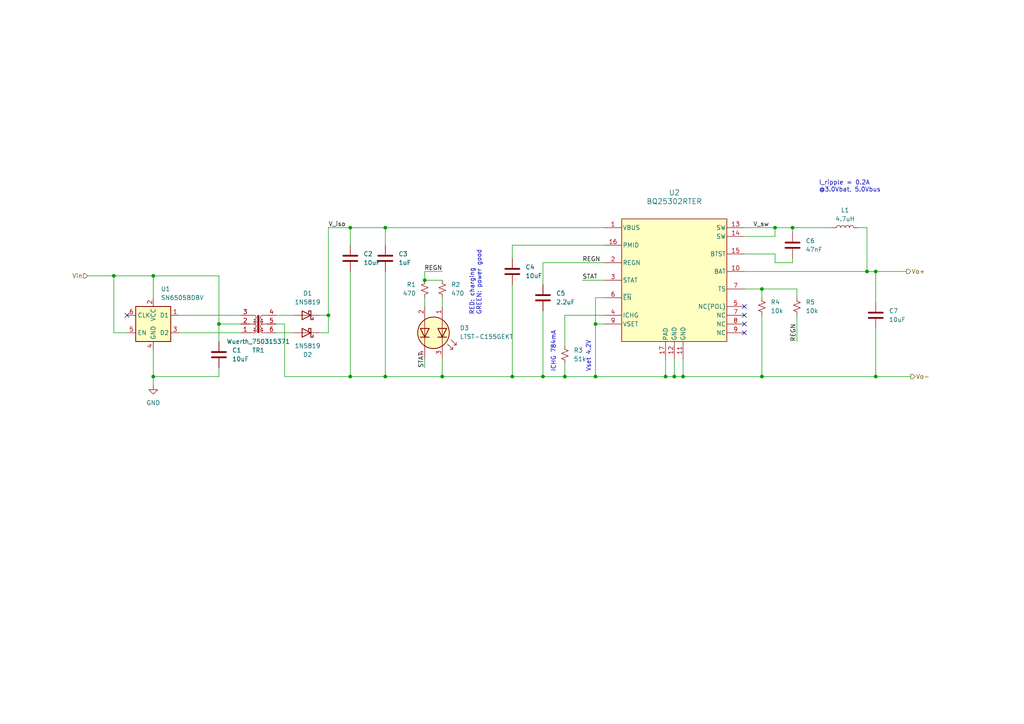
<source format=kicad_sch>
(kicad_sch (version 20230121) (generator eeschema)
  (paper "A4")
  (lib_symbols
    (symbol "Device:C" (pin_numbers hide) (pin_names (offset 0.254))
      (property "Reference" "C" (at 0.635 2.54 0))
      (property "Value" "C" (at 0.635 -2.54 0))
      (symbol "C_0_1"
        (polyline (pts (xy -2.032 -0.762) (xy 2.032 -0.762)) (stroke (width 0.508)))
        (polyline (pts (xy -2.032 0.762) (xy 2.032 0.762)) (stroke (width 0.508)))
      )
      (symbol "C_1_1"
        (pin passive line (at 0 3.81 270) (length 2.794) (name "~") (number "1"))
        (pin passive line (at 0 -3.81 90) (length 2.794) (name "~") (number "2"))
      )
    )
    (symbol "Device:L" (pin_numbers hide) (pin_names (offset 1.016) hide)
      (property "Reference" "L" (at -1.27 0 90))
      (property "Value" "L" (at 1.905 0 90))
      (symbol "L_0_1"
        (arc (start 0 -2.54) (mid 0.6323 -1.905) (end 0 -1.27))
        (arc (start 0 -1.27) (mid 0.6323 -0.635) (end 0 0))
        (arc (start 0 0) (mid 0.6323 0.635) (end 0 1.27))
        (arc (start 0 1.27) (mid 0.6323 1.905) (end 0 2.54))
      )
      (symbol "L_1_1"
        (pin passive line (at 0 3.81 270) (length 1.27) (name "1") (number "1"))
        (pin passive line (at 0 -3.81 90) (length 1.27) (name "2") (number "2"))
      )
    )
    (symbol "Device:LED_Dual_AAKK" (pin_names (offset 0) hide)
      (property "Reference" "D" (at 0 5.715 0))
      (property "Value" "LED_Dual_AAKK" (at 0 -6.35 0))
      (symbol "LED_Dual_AAKK_0_1"
        (polyline (pts (xy -5.08 -2.54) (xy 2.032 -2.54)))
        (polyline (pts (xy -5.08 2.54) (xy 2.032 2.54)))
        (polyline (pts (xy 1.27 -1.27) (xy 1.27 -3.81)) (stroke (width 0.254)))
        (polyline (pts (xy 1.27 3.81) (xy 1.27 1.27)) (stroke (width 0.254)))
        (polyline (pts (xy 3.81 -2.54) (xy 1.905 -2.54)))
        (polyline (pts (xy 3.81 2.54) (xy 1.905 2.54)))
        (polyline (pts (xy -1.27 -1.27) (xy -1.27 -3.81) (xy 1.27 -2.54) (xy -1.27 -1.27)) (stroke (width 0.254)))
        (polyline (pts (xy -1.27 3.81) (xy -1.27 1.27) (xy 1.27 2.54) (xy -1.27 3.81)) (stroke (width 0.254)))
        (polyline (pts (xy 2.032 5.08) (xy 3.556 6.604) (xy 2.794 6.604) (xy 3.556 6.604) (xy 3.556 5.842)))
        (polyline (pts (xy 3.302 4.064) (xy 4.826 5.588) (xy 4.064 5.588) (xy 4.826 5.588) (xy 4.826 4.826)))
        (circle (center 0 0) (radius 4.572) (stroke (width 0.254)) (fill (type background)))
      )
      (symbol "LED_Dual_AAKK_1_1"
        (pin input line (at -7.62 2.54 0) (length 3.048) (name "A1") (number "1"))
        (pin input line (at -7.62 -2.54 0) (length 3.048) (name "A2") (number "2"))
        (pin input line (at 7.62 2.54 180) (length 3.81) (name "K1") (number "3"))
        (pin input line (at 7.62 -2.54 180) (length 3.81) (name "K2") (number "4"))
      )
    )
    (symbol "Device:R_Small_US" (pin_numbers hide) (pin_names (offset 0.254) hide)
      (property "Reference" "R" (at 0.762 0.508 0))
      (property "Value" "R_Small_US" (at 0.762 -1.016 0))
      (symbol "R_Small_US_1_1"
        (polyline (pts (xy 0 0) (xy 1.016 -0.381) (xy 0 -0.762) (xy -1.016 -1.143) (xy 0 -1.524)))
        (polyline (pts (xy 0 1.524) (xy 1.016 1.143) (xy 0 0.762) (xy -1.016 0.381) (xy 0 0)))
        (pin passive line (at 0 2.54 270) (length 1.016) (name "~") (number "1"))
        (pin passive line (at 0 -2.54 90) (length 1.016) (name "~") (number "2"))
      )
    )
    (symbol "Diode:1N5819" (pin_numbers hide) (pin_names (offset 1.016) hide)
      (property "Reference" "D" (at 0 2.54 0))
      (property "Value" "1N5819" (at 0 -2.54 0))
      (symbol "1N5819_0_1"
        (polyline (pts (xy 1.27 0) (xy -1.27 0)))
        (polyline (pts (xy 1.27 1.27) (xy 1.27 -1.27) (xy -1.27 0) (xy 1.27 1.27)) (stroke (width 0.254)))
        (polyline (pts (xy -1.905 0.635) (xy -1.905 1.27) (xy -1.27 1.27) (xy -1.27 -1.27) (xy -0.635 -1.27) (xy -0.635 -0.635)) (stroke (width 0.254)))
      )
      (symbol "1N5819_1_1"
        (pin passive line (at -3.81 0 0) (length 2.54) (name "K") (number "1"))
        (pin passive line (at 3.81 0 180) (length 2.54) (name "A") (number "2"))
      )
    )
    (symbol "Power_Management:SN6505BDBV"
      (property "Reference" "U" (at -5.08 6.35 0))
      (property "Value" "SN6505BDBV" (at 7.62 6.35 0))
      (symbol "SN6505BDBV_0_1"
        (rectangle (start -5.08 5.08) (end 5.08 -5.08) (stroke (width 0.254)) (fill (type background)))
      )
      (symbol "SN6505BDBV_1_1"
        (pin open_collector line (at 7.62 2.54 180) (length 2.54) (name "D1") (number "1"))
        (pin power_in line (at 0 7.62 270) (length 2.54) (name "VCC") (number "2"))
        (pin open_collector line (at 7.62 -2.54 180) (length 2.54) (name "D2") (number "3"))
        (pin power_in line (at 0 -7.62 90) (length 2.54) (name "GND") (number "4"))
        (pin input line (at -7.62 -2.54 0) (length 2.54) (name "EN") (number "5"))
        (pin input line (at -7.62 2.54 0) (length 2.54) (name "CLK") (number "6"))
      )
    )
    (symbol "StackedCharger:BQ25302RTER" (pin_names (offset 0.254))
      (property "Reference" "U" (at 0 2.54 0))
      (property "Value" "BQ25302RTER" (at 0 0 0))
      (symbol "BQ25302RTER_0_1"
        (pin power_in line (at 2.54 -20.32 90) (length 5.08) (name "GND") (number "11"))
        (pin power_in line (at 0 -20.32 90) (length 5.08) (name "GND") (number "12"))
        (pin power_in line (at 20.32 17.78 180) (length 5.08) (name "SW") (number "13"))
        (pin power_in line (at -2.54 -20.32 90) (length 5.08) (name "PAD") (number "17"))
        (pin open_collector line (at -20.32 2.54 0) (length 5.08) (name "STAT") (number "3"))
        (pin unspecified line (at 20.32 -7.62 180) (length 5.08) (name "NC") (number "7"))
        (pin unspecified line (at 20.32 -10.16 180) (length 5.08) (name "NC") (number "8"))
        (pin unspecified line (at 20.32 -12.7 180) (length 5.08) (name "NC") (number "9"))
      )
      (symbol "BQ25302RTER_1_1"
        (rectangle (start -15.24 20.32) (end 15.24 -15.24) (stroke (width 0.2)) (fill (type background)))
        (pin power_in line (at -20.32 17.78 0) (length 5.08) (name "VBUS") (number "1"))
        (pin power_in line (at 20.32 5.08 180) (length 5.08) (name "BAT") (number "10"))
        (pin power_in line (at 20.32 15.24 180) (length 5.08) (name "SW") (number "14"))
        (pin power_in line (at 20.32 10.16 180) (length 5.08) (name "BTST") (number "15"))
        (pin output line (at -20.32 12.7 0) (length 5.08) (name "PMID") (number "16"))
        (pin power_in line (at -20.32 7.62 0) (length 5.08) (name "REGN") (number "2"))
        (pin bidirectional line (at -20.32 -7.62 0) (length 5.08) (name "ICHG") (number "4"))
        (pin unspecified line (at 20.32 -5.08 180) (length 5.08) (name "NC(POL)") (number "5"))
        (pin input line (at -20.32 -2.54 0) (length 5.08) (name "~{EN}") (number "6"))
        (pin input line (at 20.32 0 180) (length 5.08) (name "TS") (number "7"))
        (pin input line (at -20.32 -10.16 0) (length 5.08) (name "VSET") (number "9"))
      )
    )
    (symbol "Transformer:Wuerth_750315371"
      (property "Reference" "TR" (at 0 5.08 0))
      (property "Value" "Wuerth_750315371" (at 0 -5.08 0))
      (symbol "Wuerth_750315371_0_1"
        (arc (start -1.27 -2.54) (mid -0.6377 -1.905) (end -1.27 -1.27))
        (arc (start -1.27 -1.27) (mid -0.6377 -0.635) (end -1.27 0))
        (rectangle (start -0.254 2.54) (end 0.254 -2.54) (stroke (width 0.0254)) (fill (type outline)))
        (polyline (pts (xy -2.54 -2.54) (xy -1.27 -2.54)))
        (polyline (pts (xy -2.54 0) (xy -1.27 0)))
        (polyline (pts (xy -2.54 2.54) (xy -1.27 2.54)))
        (polyline (pts (xy 1.27 -2.54) (xy 2.54 -2.54)))
        (polyline (pts (xy 1.27 0) (xy 2.54 0)))
        (polyline (pts (xy 1.27 2.54) (xy 2.54 2.54)))
      )
      (symbol "Wuerth_750315371_1_1"
        (arc (start -1.27 0) (mid -0.6377 0.635) (end -1.27 1.27))
        (arc (start -1.27 1.27) (mid -0.6377 1.905) (end -1.27 2.54))
        (circle (center -1.143 -0.635) (radius 0.127) (stroke (width 0.254)))
        (circle (center -1.143 1.905) (radius 0.127) (stroke (width 0.254)))
        (circle (center 1.143 -0.635) (radius 0.127) (stroke (width 0.254)))
        (circle (center 1.143 1.905) (radius 0.127) (stroke (width 0.254)))
        (arc (start 1.27 -1.27) (mid 0.6377 -1.905) (end 1.27 -2.54))
        (arc (start 1.27 0) (mid 0.6377 -0.635) (end 1.27 -1.27))
        (arc (start 1.27 1.27) (mid 0.6377 0.635) (end 1.27 0))
        (arc (start 1.27 2.54) (mid 0.6377 1.905) (end 1.27 1.27))
        (pin passive line (at -5.08 2.54 0) (length 2.54) (name "~") (number "1"))
        (pin passive line (at -5.08 0 0) (length 2.54) (name "~") (number "2"))
        (pin passive line (at -5.08 -2.54 0) (length 2.54) (name "~") (number "3"))
        (pin passive line (at 5.08 -2.54 180) (length 2.54) (name "~") (number "4"))
        (pin passive line (at 5.08 0 180) (length 2.54) (name "~") (number "5"))
        (pin passive line (at 5.08 2.54 180) (length 2.54) (name "~") (number "6"))
      )
    )
    (symbol "power:GND" (power) (pin_names (offset 0))
      (property "Value" "GND" (at 0 -3.81 0))
      (symbol "GND_0_1"
        (polyline (pts (xy 0 0) (xy 0 -1.27) (xy 1.27 -1.27) (xy 0 -2.54) (xy -1.27 -1.27) (xy 0 -1.27)))
      )
      (symbol "GND_1_1"
        (pin power_in line (at 0 0 270) (length 0) hide (name "GND") (number "1"))
      )
    )
  )
  (junction (at 111.76 66.04))
  (junction (at 101.6 66.04))
  (junction (at 254 78.74))
  (junction (at 63.5 93.98))
  (junction (at 33.02 80.01))
  (junction (at 123.19 81.28))
  (junction (at 148.59 109.22))
  (junction (at 101.6 109.22))
  (junction (at 220.98 109.22))
  (junction (at 44.45 109.22))
  (junction (at 251.46 78.74))
  (junction (at 172.72 109.22))
  (junction (at 95.25 91.44))
  (junction (at 128.27 109.22))
  (junction (at 172.72 93.98))
  (junction (at 193.04 109.22))
  (junction (at 157.48 109.22))
  (junction (at 229.87 66.04))
  (junction (at 163.83 109.22))
  (junction (at 44.45 80.01))
  (junction (at 198.12 109.22))
  (junction (at 254 109.22))
  (junction (at 220.98 83.82))
  (junction (at 224.79 66.04))
  (junction (at 111.76 109.22))
  (junction (at 195.58 109.22))
  (no_connect (at 215.9 91.44))
  (no_connect (at 215.9 93.98))
  (no_connect (at 36.83 91.44))
  (no_connect (at 215.9 96.52))
  (no_connect (at 215.9 88.9))
  (wire (pts (xy 215.9 78.74) (xy 251.46 78.74)))
  (wire (pts (xy 175.26 81.28) (xy 168.91 81.28)))
  (wire (pts (xy 33.02 80.01) (xy 33.02 96.52)))
  (wire (pts (xy 231.14 83.82) (xy 220.98 83.82)))
  (wire (pts (xy 111.76 109.22) (xy 128.27 109.22)))
  (wire (pts (xy 95.25 66.04) (xy 95.25 91.44)))
  (wire (pts (xy 224.79 73.66) (xy 215.9 73.66)))
  (wire (pts (xy 128.27 109.22) (xy 148.59 109.22)))
  (wire (pts (xy 254 78.74) (xy 254 87.63)))
  (wire (pts (xy 172.72 86.36) (xy 172.72 93.98)))
  (wire (pts (xy 128.27 78.74) (xy 123.19 78.74)))
  (wire (pts (xy 175.26 91.44) (xy 163.83 91.44)))
  (wire (pts (xy 224.79 68.58) (xy 224.79 66.04)))
  (wire (pts (xy 215.9 66.04) (xy 224.79 66.04)))
  (wire (pts (xy 229.87 66.04) (xy 241.3 66.04)))
  (wire (pts (xy 229.87 66.04) (xy 229.87 67.31)))
  (wire (pts (xy 220.98 86.36) (xy 220.98 83.82)))
  (wire (pts (xy 148.59 109.22) (xy 157.48 109.22)))
  (wire (pts (xy 157.48 90.17) (xy 157.48 109.22)))
  (wire (pts (xy 82.55 109.22) (xy 101.6 109.22)))
  (wire (pts (xy 224.79 76.2) (xy 224.79 73.66)))
  (wire (pts (xy 251.46 78.74) (xy 254 78.74)))
  (wire (pts (xy 33.02 80.01) (xy 44.45 80.01)))
  (wire (pts (xy 52.07 96.52) (xy 69.85 96.52)))
  (wire (pts (xy 101.6 78.74) (xy 101.6 109.22)))
  (wire (pts (xy 92.71 96.52) (xy 95.25 96.52)))
  (wire (pts (xy 148.59 82.55) (xy 148.59 109.22)))
  (wire (pts (xy 172.72 109.22) (xy 193.04 109.22)))
  (wire (pts (xy 195.58 109.22) (xy 198.12 109.22)))
  (wire (pts (xy 111.76 66.04) (xy 175.26 66.04)))
  (wire (pts (xy 80.01 91.44) (xy 85.09 91.44)))
  (wire (pts (xy 163.83 105.41) (xy 163.83 109.22)))
  (wire (pts (xy 80.01 93.98) (xy 82.55 93.98)))
  (wire (pts (xy 36.83 96.52) (xy 33.02 96.52)))
  (wire (pts (xy 231.14 86.36) (xy 231.14 83.82)))
  (wire (pts (xy 123.19 106.68) (xy 123.19 104.14)))
  (wire (pts (xy 175.26 93.98) (xy 172.72 93.98)))
  (wire (pts (xy 224.79 66.04) (xy 229.87 66.04)))
  (wire (pts (xy 229.87 76.2) (xy 224.79 76.2)))
  (wire (pts (xy 101.6 66.04) (xy 101.6 71.12)))
  (wire (pts (xy 254 95.25) (xy 254 109.22)))
  (wire (pts (xy 95.25 96.52) (xy 95.25 91.44)))
  (wire (pts (xy 220.98 91.44) (xy 220.98 109.22)))
  (wire (pts (xy 128.27 86.36) (xy 128.27 88.9)))
  (wire (pts (xy 128.27 104.14) (xy 128.27 109.22)))
  (wire (pts (xy 229.87 76.2) (xy 229.87 74.93)))
  (wire (pts (xy 63.5 93.98) (xy 69.85 93.98)))
  (wire (pts (xy 44.45 101.6) (xy 44.45 109.22)))
  (wire (pts (xy 231.14 91.44) (xy 231.14 99.06)))
  (wire (pts (xy 44.45 109.22) (xy 44.45 111.76)))
  (wire (pts (xy 63.5 80.01) (xy 63.5 93.98)))
  (wire (pts (xy 44.45 80.01) (xy 63.5 80.01)))
  (wire (pts (xy 123.19 78.74) (xy 123.19 81.28)))
  (wire (pts (xy 254 109.22) (xy 264.16 109.22)))
  (wire (pts (xy 111.76 78.74) (xy 111.76 109.22)))
  (wire (pts (xy 111.76 66.04) (xy 111.76 71.12)))
  (wire (pts (xy 193.04 109.22) (xy 195.58 109.22)))
  (wire (pts (xy 251.46 66.04) (xy 251.46 78.74)))
  (wire (pts (xy 172.72 93.98) (xy 172.72 109.22)))
  (wire (pts (xy 101.6 66.04) (xy 111.76 66.04)))
  (wire (pts (xy 123.19 81.28) (xy 128.27 81.28)))
  (wire (pts (xy 254 78.74) (xy 262.89 78.74)))
  (wire (pts (xy 198.12 104.14) (xy 198.12 109.22)))
  (wire (pts (xy 44.45 109.22) (xy 63.5 109.22)))
  (wire (pts (xy 248.92 66.04) (xy 251.46 66.04)))
  (wire (pts (xy 157.48 82.55) (xy 157.48 76.2)))
  (wire (pts (xy 44.45 80.01) (xy 44.45 86.36)))
  (wire (pts (xy 175.26 71.12) (xy 148.59 71.12)))
  (wire (pts (xy 123.19 86.36) (xy 123.19 88.9)))
  (wire (pts (xy 157.48 76.2) (xy 175.26 76.2)))
  (wire (pts (xy 215.9 83.82) (xy 220.98 83.82)))
  (wire (pts (xy 215.9 68.58) (xy 224.79 68.58)))
  (wire (pts (xy 175.26 86.36) (xy 172.72 86.36)))
  (wire (pts (xy 63.5 109.22) (xy 63.5 106.68)))
  (wire (pts (xy 220.98 109.22) (xy 254 109.22)))
  (wire (pts (xy 52.07 91.44) (xy 69.85 91.44)))
  (wire (pts (xy 63.5 93.98) (xy 63.5 99.06)))
  (wire (pts (xy 193.04 104.14) (xy 193.04 109.22)))
  (wire (pts (xy 148.59 71.12) (xy 148.59 74.93)))
  (wire (pts (xy 95.25 66.04) (xy 101.6 66.04)))
  (wire (pts (xy 195.58 104.14) (xy 195.58 109.22)))
  (wire (pts (xy 157.48 109.22) (xy 163.83 109.22)))
  (wire (pts (xy 198.12 109.22) (xy 220.98 109.22)))
  (wire (pts (xy 25.4 80.01) (xy 33.02 80.01)))
  (wire (pts (xy 82.55 93.98) (xy 82.55 109.22)))
  (wire (pts (xy 163.83 109.22) (xy 172.72 109.22)))
  (wire (pts (xy 92.71 91.44) (xy 95.25 91.44)))
  (wire (pts (xy 163.83 91.44) (xy 163.83 100.33)))
  (wire (pts (xy 80.01 96.52) (xy 85.09 96.52)))
  (wire (pts (xy 101.6 109.22) (xy 111.76 109.22)))
  (text "I_ripple = 0.2A\n@3.0Vbat, 5.0Vbus" (at 237.49 55.88 0) (effects (font (size 1.27 1.27)) (justify left bottom)))
  (text "ICHG 784mA" (at 161.29 107.95 90) (effects (font (size 1.27 1.27)) (justify left bottom)))
  (text "RED: charging\nGREEN: power good" (at 139.7 91.44 90) (effects (font (size 1.27 1.27)) (justify left bottom)))
  (text "Vset 4.2V" (at 171.45 107.95 90) (effects (font (size 1.27 1.27)) (justify left bottom)))
  (label "REGN" (at 128.27 78.74 180))
  (label "V_sw" (at 218.44 66.04 0))
  (label "V_iso" (at 95.25 66.04 0))
  (label "REGN" (at 231.14 99.06 90))
  (label "REGN" (at 168.91 76.2 0))
  (label "STAT" (at 123.19 106.68 90))
  (label "STAT" (at 168.91 81.28 0))
  (hierarchical_label "Vin" (shape input) (at 25.4 80.01 180))
  (hierarchical_label "Vo-" (shape output) (at 264.16 109.22 0))
  (hierarchical_label "Vo+" (shape output) (at 262.89 78.74 0))
  (symbol (lib_id "Device:C") (at 254 91.44 0) (unit 1)
    (property "Reference" "C7" (at 257.81 90.17 0) (effects (justify left)))
    (property "Value" "10uF" (at 257.81 92.71 0) (effects (justify left)))
    (property "Footprint" "Capacitor_SMD:C_0603_1608Metric" (effects hide))
    (property "Datasheet" "https://mm.digikey.com/Volume0/opasdata/d220001/medias/docus/658/CL10A106KQ8NNNL_Spec.pdf" (effects hide))
    (property "Supplier" "DigiKey" (effects hide))
    (property "Supplier Part Number" "1276-CL10A106KQ8NNNLCT-ND" (effects hide))
    (property "Manufacturer Part Number" "CL10A106KQ8NNNL" (effects hide))
    (instances (project "6s_750mA" (path "" (reference "C7") (unit 1)) (path "" (reference "C14") (unit 1)) (path "" (reference "C21") (unit 1)) (path "" (reference "C28") (unit 1)) (path "" (reference "C35") (unit 1)) (path "" (reference "C42") (unit 1))))
  )
  (symbol (lib_id "Diode:1N5819") (at 88.9 91.44 180) (unit 1)
    (property "Reference" "D1" (at 89.2175 85.09 0))
    (property "Value" "1N5819" (at 89.2175 87.63 0))
    (property "Footprint" "Diode_SMD:D_SOD-123F" (effects hide))
    (property "Datasheet" "https://www.smc-diodes.com/propdf/1N5817W%20THRU%201N5819W%20N1756%20REV.A.pdf" (effects hide))
    (property "Supplier" "DigiKey" (effects hide))
    (property "Supplier Part Number" "1655-1N5819WCT-ND" (effects hide))
    (property "Manufacturer Part Number" "1N5819W" (effects hide))
    (instances (project "6s_750mA" (path "" (reference "D1") (unit 1)) (path "" (reference "D4") (unit 1)) (path "" (reference "D7") (unit 1)) (path "" (reference "D10") (unit 1)) (path "" (reference "D13") (unit 1)) (path "" (reference "D16") (unit 1))))
  )
  (symbol (lib_id "Device:C") (at 111.76 74.93 0) (unit 1)
    (property "Reference" "C3" (at 115.57 73.66 0) (effects (justify left)))
    (property "Value" "1uF" (at 115.57 76.2 0) (effects (justify left)))
    (property "Footprint" "Capacitor_SMD:C_0603_1608Metric" (effects hide))
    (property "Datasheet" "https://www.yageo.com/upload/media/product/productsearch/datasheet/mlcc/UPY-GPHC_X7R_6.3V-to-250V_24.pdf" (effects hide))
    (property "Manufacturer Part Number" "CC0603KRX7R7BB105" (effects hide))
    (property "Supplier" "DigiKey" (effects hide))
    (property "Supplier Part Number" "311-1446-1-ND" (effects hide))
    (instances (project "6s_750mA" (path "" (reference "C3") (unit 1)) (path "" (reference "C10") (unit 1)) (path "" (reference "C17") (unit 1)) (path "" (reference "C24") (unit 1)) (path "" (reference "C31") (unit 1)) (path "" (reference "C38") (unit 1))))
  )
  (symbol (lib_id "Device:C") (at 63.5 102.87 0) (unit 1)
    (property "Reference" "C1" (at 67.31 101.6 0) (effects (justify left)))
    (property "Value" "10uF" (at 67.31 104.14 0) (effects (justify left)))
    (property "Footprint" "Capacitor_SMD:C_0805_2012Metric" (effects hide))
    (property "Datasheet" "https://mm.digikey.com/Volume0/opasdata/d220001/medias/docus/3611/CL21A106MQFNNNE_Spec.pdf" (effects hide))
    (property "Manufacturer Part Number" "CL21A106MQFNNNE" (effects hide))
    (property "Supplier" "DigiKey" (effects hide))
    (property "Supplier Part Number" "1276-1298-1-ND" (effects hide))
    (instances (project "6s_750mA" (path "" (reference "C1") (unit 1)) (path "" (reference "C8") (unit 1)) (path "" (reference "C15") (unit 1)) (path "" (reference "C22") (unit 1)) (path "" (reference "C29") (unit 1)) (path "" (reference "C36") (unit 1))))
  )
  (symbol (lib_id "Device:R_Small_US") (at 220.98 88.9 0) (unit 1)
    (property "Reference" "R4" (at 223.52 87.63 0) (effects (justify left)))
    (property "Value" "10k" (at 223.52 90.17 0) (effects (justify left)))
    (property "Footprint" "Resistor_SMD:R_0603_1608Metric" (effects hide))
    (property "Datasheet" "https://www.yageo.com/upload/media/product/app/datasheet/rchip/pyu-rt_1-to-0.01_rohs_l.pdf" (effects hide))
    (property "Supplier" "DigiKey" (effects hide))
    (property "Supplier Part Number" "YAG2321CT-ND" (effects hide))
    (property "Manufacturer Part Number" "RT0603FRE0710KL" (effects hide))
    (instances (project "6s_750mA" (path "" (reference "R4") (unit 1)) (path "" (reference "R9") (unit 1)) (path "" (reference "R14") (unit 1)) (path "" (reference "R19") (unit 1)) (path "" (reference "R24") (unit 1)) (path "" (reference "R29") (unit 1))))
  )
  (symbol (lib_id "Device:L") (at 245.11 66.04 90) (unit 1)
    (property "Reference" "L1" (at 245.11 60.96 90))
    (property "Value" "4.7uH" (at 245.11 63.5 90))
    (property "Footprint" "Inductor_SMD:L_0805_2012Metric_Pad1.15x1.40mm_HandSolder" (effects hide))
    (property "Datasheet" "https://mm.digikey.com/Volume0/opasdata/d220001/medias/docus/5561/WIP201610S%20L%20Series.pdf" (effects hide))
    (property "Supplier" "DigiKey" (effects hide))
    (property "Supplier Part Number" "3526-WIP201610S-4R7MLDGCT-ND" (effects hide))
    (property "Manufacturer Part Number" "WIP201610S-4R7MLDG" (effects hide))
    (instances (project "6s_750mA" (path "" (reference "L1") (unit 1)) (path "" (reference "L2") (unit 1)) (path "" (reference "L3") (unit 1)) (path "" (reference "L4") (unit 1)) (path "" (reference "L5") (unit 1)) (path "" (reference "L6") (unit 1))))
  )
  (symbol (lib_id "Device:R_Small_US") (at 123.19 83.82 0) (mirror y) (unit 1)
    (property "Reference" "R1" (at 120.65 82.55 0) (effects (justify left)))
    (property "Value" "470" (at 120.65 85.09 0) (effects (justify left)))
    (property "Footprint" "Resistor_SMD:R_0603_1608Metric" (effects hide))
    (property "Datasheet" "https://www.yageo.com/upload/media/product/app/datasheet/rchip/pyu-rt_1-to-0.01_rohs_l.pdf" (effects hide))
    (property "Supplier" "DigiKey" (effects hide))
    (property "Supplier Part Number" "YAG5742CT-ND" (effects hide))
    (property "Manufacturer Part Number" "RT0603FRE07470RL" (effects hide))
    (instances (project "6s_750mA" (path "" (reference "R1") (unit 1)) (path "" (reference "R6") (unit 1)) (path "" (reference "R11") (unit 1)) (path "" (reference "R16") (unit 1)) (path "" (reference "R21") (unit 1)) (path "" (reference "R26") (unit 1))))
  )
  (symbol (lib_id "Device:C") (at 157.48 86.36 0) (unit 1)
    (property "Reference" "C5" (at 161.29 85.09 0) (effects (justify left)))
    (property "Value" "2.2uF" (at 161.29 87.63 0) (effects (justify left)))
    (property "Footprint" "Capacitor_SMD:C_0603_1608Metric" (effects hide))
    (property "Datasheet" "https://mm.digikey.com/Volume0/opasdata/d220001/medias/docus/2615/CL10A225KQ8NNNC_Spec.pdf" (effects hide))
    (property "Manufacturer Part Number" "CL10A225KQ8NNNC" (effects hide))
    (property "Supplier" "DigiKey" (effects hide))
    (property "Supplier Part Number" "1276-1183-1-ND" (effects hide))
    (instances (project "6s_750mA" (path "" (reference "C5") (unit 1)) (path "" (reference "C12") (unit 1)) (path "" (reference "C19") (unit 1)) (path "" (reference "C26") (unit 1)) (path "" (reference "C33") (unit 1)) (path "" (reference "C40") (unit 1))))
  )
  (symbol (lib_id "Device:R_Small_US") (at 163.83 102.87 0) (unit 1)
    (property "Reference" "R3" (at 166.37 101.6 0) (effects (justify left)))
    (property "Value" "51k" (at 166.37 104.14 0) (effects (justify left)))
    (property "Footprint" "Resistor_SMD:R_0603_1608Metric" (effects hide))
    (property "Datasheet" "https://www.yageo.com/upload/media/product/app/datasheet/rchip/pyu-rt_1-to-0.01_rohs_l.pdf" (effects hide))
    (property "Supplier" "DigiKey" (effects hide))
    (property "Supplier Part Number" "13-RT0603FRE0751KLCT-ND" (effects hide))
    (property "Manufacturer Part Number" "RT0603FRE0751KL" (effects hide))
    (instances (project "6s_750mA" (path "" (reference "R3") (unit 1)) (path "" (reference "R8") (unit 1)) (path "" (reference "R13") (unit 1)) (path "" (reference "R18") (unit 1)) (path "" (reference "R23") (unit 1)) (path "" (reference "R28") (unit 1))))
  )
  (symbol (lib_id "Device:R_Small_US") (at 231.14 88.9 0) (unit 1)
    (property "Reference" "R5" (at 233.68 87.63 0) (effects (justify left)))
    (property "Value" "10k" (at 233.68 90.17 0) (effects (justify left)))
    (property "Footprint" "Resistor_SMD:R_0603_1608Metric" (effects hide))
    (property "Datasheet" "https://www.yageo.com/upload/media/product/app/datasheet/rchip/pyu-rt_1-to-0.01_rohs_l.pdf" (effects hide))
    (property "Supplier" "DigiKey" (effects hide))
    (property "Supplier Part Number" "YAG2321CT-ND" (effects hide))
    (property "Manufacturer Part Number" "RT0603FRE0710KL" (effects hide))
    (instances (project "6s_750mA" (path "" (reference "R5") (unit 1)) (path "" (reference "R10") (unit 1)) (path "" (reference "R15") (unit 1)) (path "" (reference "R20") (unit 1)) (path "" (reference "R25") (unit 1)) (path "" (reference "R30") (unit 1))))
  )
  (symbol (lib_id "Device:LED_Dual_AAKK") (at 125.73 96.52 270) (unit 1)
    (property "Reference" "D3" (at 133.35 95.123 90) (effects (justify left)))
    (property "Value" "LTST-C155GEKT" (at 133.35 97.663 90) (effects (justify left)))
    (property "Footprint" "LED_SMD:LED_RGB_Wuerth-PLCC4_3.2x2.8mm_150141M173100" (effects hide))
    (property "Datasheet" "https://mm.digikey.com/Volume0/opasdata/d220001/medias/docus/1116/LTST-C155GEKT.pdf" (effects hide))
    (property "Supplier" "DigiKey" (effects hide))
    (property "Supplier Part Number" "160-1172-1-ND" (effects hide))
    (property "Manufacturer Part Number" "LTST-C155GEKT" (effects hide))
    (instances (project "6s_750mA" (path "" (reference "D3") (unit 1)) (path "" (reference "D6") (unit 1)) (path "" (reference "D9") (unit 1)) (path "" (reference "D12") (unit 1)) (path "" (reference "D15") (unit 1)) (path "" (reference "D18") (unit 1))))
  )
  (symbol (lib_id "Device:C") (at 229.87 71.12 0) (unit 1)
    (property "Reference" "C6" (at 233.68 69.85 0) (effects (justify left)))
    (property "Value" "47nF" (at 233.68 72.39 0) (effects (justify left)))
    (property "Footprint" "Capacitor_SMD:C_0603_1608Metric" (effects hide))
    (property "Datasheet" "https://mm.digikey.com/Volume0/opasdata/d220001/medias/docus/658/CL10B473KO8NNNC_Spec.pdf" (effects hide))
    (property "Supplier" "DigiKey" (effects hide))
    (property "Supplier Part Number" "1276-2079-1-ND" (effects hide))
    (property "Manufacturer Part Number" "CL10B473KO8NNNC" (effects hide))
    (instances (project "6s_750mA" (path "" (reference "C6") (unit 1)) (path "" (reference "C13") (unit 1)) (path "" (reference "C20") (unit 1)) (path "" (reference "C27") (unit 1)) (path "" (reference "C34") (unit 1)) (path "" (reference "C41") (unit 1))))
  )
  (symbol (lib_id "Diode:1N5819") (at 88.9 96.52 180) (unit 1)
    (property "Reference" "D2" (at 89.2175 102.87 0))
    (property "Value" "1N5819" (at 89.2175 100.33 0))
    (property "Footprint" "Diode_SMD:D_SOD-123F" (effects hide))
    (property "Datasheet" "https://www.smc-diodes.com/propdf/1N5817W%20THRU%201N5819W%20N1756%20REV.A.pdf" (effects hide))
    (property "Manufacturer Part Number" "1N5819W" (effects hide))
    (property "Supplier" "DigiKey" (effects hide))
    (property "Supplier Part Number" "1655-1N5819WCT-ND" (effects hide))
    (instances (project "6s_750mA" (path "" (reference "D2") (unit 1)) (path "" (reference "D5") (unit 1)) (path "" (reference "D8") (unit 1)) (path "" (reference "D11") (unit 1)) (path "" (reference "D14") (unit 1)) (path "" (reference "D17") (unit 1))))
  )
  (symbol (lib_id "Device:C") (at 148.59 78.74 0) (unit 1)
    (property "Reference" "C4" (at 152.4 77.47 0) (effects (justify left)))
    (property "Value" "10uF" (at 152.4 80.01 0) (effects (justify left)))
    (property "Footprint" "Capacitor_SMD:C_0603_1608Metric" (effects hide))
    (property "Datasheet" "https://mm.digikey.com/Volume0/opasdata/d220001/medias/docus/658/CL10A106KQ8NNNL_Spec.pdf" (effects hide))
    (property "Supplier" "DigiKey" (effects hide))
    (property "Supplier Part Number" "1276-CL10A106KQ8NNNLCT-ND" (effects hide))
    (property "Manufacturer Part Number" "CL10A106KQ8NNNL" (effects hide))
    (instances (project "6s_750mA" (path "" (reference "C4") (unit 1)) (path "" (reference "C11") (unit 1)) (path "" (reference "C18") (unit 1)) (path "" (reference "C25") (unit 1)) (path "" (reference "C32") (unit 1)) (path "" (reference "C39") (unit 1))))
  )
  (symbol (lib_id "Device:C") (at 101.6 74.93 0) (unit 1)
    (property "Reference" "C2" (at 105.41 73.66 0) (effects (justify left)))
    (property "Value" "10uF" (at 105.41 76.2 0) (effects (justify left)))
    (property "Footprint" "Capacitor_SMD:C_0805_2012Metric" (effects hide))
    (property "Datasheet" "https://mm.digikey.com/Volume0/opasdata/d220001/medias/docus/3611/CL21A106MQFNNNE_Spec.pdf" (effects hide))
    (property "Supplier" "DigiKey" (effects hide))
    (property "Supplier Part Number" "1276-1298-1-ND" (effects hide))
    (property "Manufacturer Part Number" "CL21A106MQFNNNE" (effects hide))
    (instances (project "6s_750mA" (path "" (reference "C2") (unit 1)) (path "" (reference "C9") (unit 1)) (path "" (reference "C16") (unit 1)) (path "" (reference "C23") (unit 1)) (path "" (reference "C30") (unit 1)) (path "" (reference "C37") (unit 1))))
  )
  (symbol (lib_id "Device:R_Small_US") (at 128.27 83.82 0) (unit 1)
    (property "Reference" "R2" (at 130.81 82.55 0) (effects (justify left)))
    (property "Value" "470" (at 130.81 85.09 0) (effects (justify left)))
    (property "Footprint" "Resistor_SMD:R_0603_1608Metric" (effects hide))
    (property "Datasheet" "https://www.yageo.com/upload/media/product/app/datasheet/rchip/pyu-rt_1-to-0.01_rohs_l.pdf" (effects hide))
    (property "Manufacturer Part Number" "RT0603FRE07470RL" (effects hide))
    (property "Supplier" "DigiKey" (effects hide))
    (property "Supplier Part Number" "YAG5742CT-ND" (effects hide))
    (instances (project "6s_750mA" (path "" (reference "R2") (unit 1)) (path "" (reference "R7") (unit 1)) (path "" (reference "R12") (unit 1)) (path "" (reference "R17") (unit 1)) (path "" (reference "R22") (unit 1)) (path "" (reference "R27") (unit 1))))
  )
  (symbol (lib_id "Power_Management:SN6505BDBV") (at 44.45 93.98 0) (unit 1)
    (property "Reference" "U1" (at 46.6441 83.82 0) (effects (justify left)))
    (property "Value" "SN6505BDBV" (at 46.6441 86.36 0) (effects (justify left)))
    (property "Footprint" "Package_TO_SOT_SMD:SOT-23-6" (effects hide))
    (property "Datasheet" "http://www.ti.com/lit/ds/symlink/sn6505b.pdf" (effects hide))
    (property "Manufacturer Part Number" "SN6505BDBV" (effects hide))
    (property "Supplier Part Number" "296-44093-ND" (effects hide))
    (property "Supplier" "DigiKey" (effects hide))
    (instances (project "6s_750mA" (path "" (reference "U1") (unit 1)) (path "" (reference "U3") (unit 1)) (path "" (reference "U5") (unit 1)) (path "" (reference "U7") (unit 1)) (path "" (reference "U9") (unit 1)) (path "" (reference "U11") (unit 1))))
  )
  (symbol (lib_id "StackedCharger:BQ25302RTER") (at 195.58 83.82 0) (unit 1)
    (property "Reference" "U2" (at 195.58 55.88 0) (effects (font (size 1.524 1.524))))
    (property "Value" "BQ25302RTER" (at 195.58 58.42 0) (effects (font (size 1.524 1.524))))
    (property "Footprint" "StackedCharger:RTE0016C" (effects hide))
    (property "Datasheet" "https://www.ti.com/lit/ds/symlink/bq25302.pdf" (effects hide))
    (property "Supplier" "DigiKey" (effects hide))
    (property "Supplier Part Number" "296-BQ25302RTERCT-ND" (effects hide))
    (property "Manufacturer Part Number" "BQ25302RTER" (effects hide))
    (instances (project "6s_750mA" (path "" (reference "U2") (unit 1)) (path "" (reference "U4") (unit 1)) (path "" (reference "U6") (unit 1)) (path "" (reference "U8") (unit 1)) (path "" (reference "U10") (unit 1)) (path "" (reference "U12") (unit 1))))
  )
  (symbol (lib_id "power:GND") (at 44.45 111.76 0) (unit 1)
    (property "Reference" "#PWR04" (effects hide))
    (property "Value" "GND" (at 44.45 116.84 0))
    (instances (project "6s_750mA" (path "" (reference "#PWR04") (unit 1)) (path "" (reference "#PWR05") (unit 1)) (path "" (reference "#PWR06") (unit 1)) (path "" (reference "#PWR07") (unit 1)) (path "" (reference "#PWR08") (unit 1)) (path "" (reference "#PWR09") (unit 1))))
  )
  (symbol (lib_id "Transformer:Wuerth_750315371") (at 74.93 93.98 0) (mirror x) (unit 1)
    (property "Reference" "TR1" (at 74.93 101.6 0))
    (property "Value" "Wuerth_750315371" (at 74.93 99.06 0))
    (property "Footprint" "Transformer_SMD:Transformer_Wuerth_750315371" (effects hide))
    (property "Datasheet" "https://www.we-online.com/catalog/datasheet/750315371.pdf" (effects hide))
    (property "Manufacturer Part Number" "750315371" (effects hide))
    (property "Supplier Part Number" "1297-1178-1-ND" (effects hide))
    (property "Supplier" "DigiKey" (effects hide))
    (instances (project "6s_750mA" (path "" (reference "TR1") (unit 1)) (path "" (reference "TR2") (unit 1)) (path "" (reference "TR3") (unit 1)) (path "" (reference "TR4") (unit 1)) (path "" (reference "TR5") (unit 1)) (path "" (reference "TR6") (unit 1))))
  )
)
</source>
